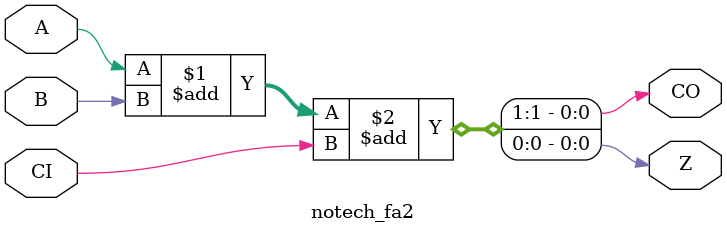
<source format=v>
module notech_fa2 (A,B,Z,CI,CO);
input A,B,CI;
output Z,CO;
assign {CO,Z}=A+B+CI;
endmodule

</source>
